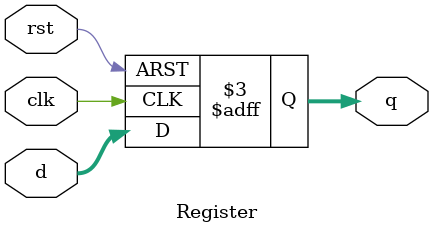
<source format=v>
/********************************************************************************
 *                                                                              *
 *                          Yu Core - Single Cycle Version                      *
 *                                                                              *
 *------------------------------------------------------------------------------*
 * File Name   : Register.v                                                     *
 * Description : This file gives a definition of synchronous register           *
 * Author      : Shiqi Duan                                                     *
 * Date        : 2022/11/1                                                      *
 ********************************************************************************/

module Register (q, clk, rst, d);
    
    // IO
    input clk;
    input rst;

    parameter N = 8;
    input  [N - 1 : 0] d;
    output [N - 1 : 0] q;
    reg    [N - 1 : 0] q;

    // Synchronous reset logic
    always @ ( posedge clk or negedge rst ) begin
        if (!rst) 
            q <= 0;
        else
            q <= d;
    end

endmodule
</source>
